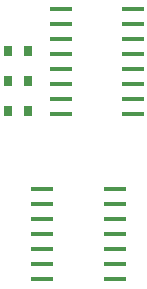
<source format=gbr>
G04 DipTrace 3.3.1.1*
G04 TopPaste.gbr*
%MOIN*%
G04 #@! TF.FileFunction,Paste,Top*
G04 #@! TF.Part,Single*
%ADD34R,0.031496X0.035433*%
%ADD36R,0.072126X0.018126*%
%FSLAX26Y26*%
G04*
G70*
G90*
G75*
G01*
G04 TopPaste*
%LPD*%
D36*
X231251Y581249D3*
X473251D3*
X231251Y531249D3*
Y481249D3*
X473251Y531249D3*
Y481249D3*
X231251Y431249D3*
X473251D3*
X231251Y381249D3*
Y331249D3*
X473251Y381249D3*
Y331249D3*
X231251Y281249D3*
X473251D3*
X293751Y1181249D3*
X535751D3*
X293751Y1131249D3*
Y1081249D3*
X535751Y1131249D3*
Y1081249D3*
X293751Y1031249D3*
X535751D3*
X293751Y981249D3*
X535751D3*
X293751Y931249D3*
Y881249D3*
X535751Y931249D3*
Y881249D3*
X293751Y831249D3*
X535751D3*
D34*
X118751Y943751D3*
X185680D3*
X118751Y1043749D3*
X185680D3*
X118751Y843751D3*
X185680D3*
M02*

</source>
